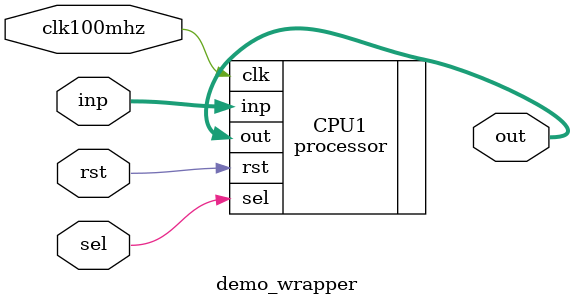
<source format=v>
`timescale 1ns / 1ps
module demo_wrapper(clk100mhz, rst,  sel, inp, out);
	input clk100mhz, rst, sel;
	input [9:0] inp;
	output [15:0] out;
	
	processor CPU1(.clk(clk100mhz), .rst(rst), .sel(sel), .inp(inp), .out(out));
	


endmodule

</source>
